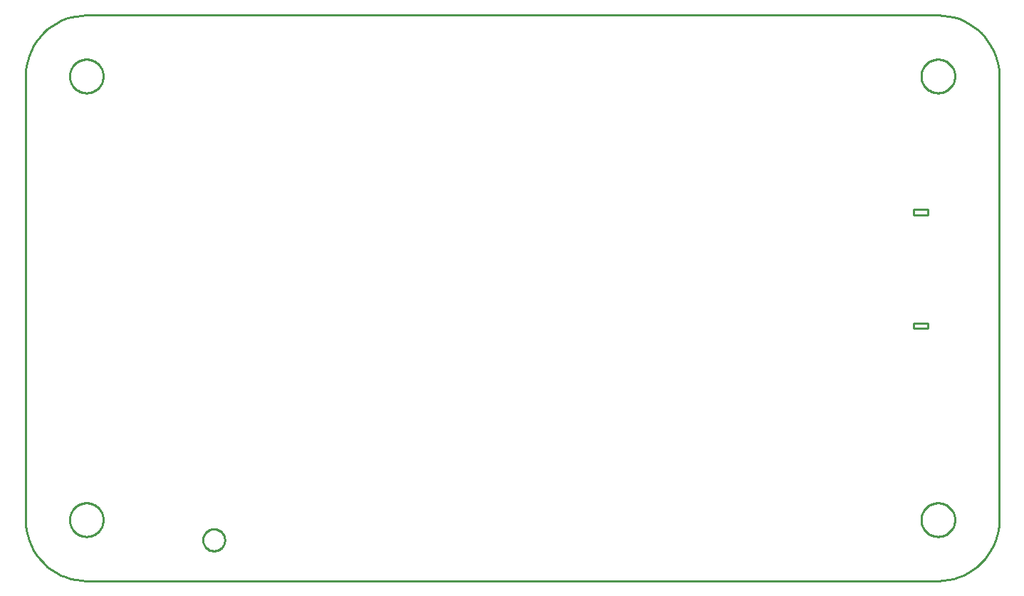
<source format=gbr>
G04 EAGLE Gerber RS-274X export*
G75*
%MOMM*%
%FSLAX34Y34*%
%LPD*%
%IN*%
%IPPOS*%
%AMOC8*
5,1,8,0,0,1.08239X$1,22.5*%
G01*
%ADD10C,0.254000*%


D10*
X-42500Y130000D02*
X-42224Y123681D01*
X-41399Y117411D01*
X-40030Y111236D01*
X-38128Y105204D01*
X-35707Y99360D01*
X-32787Y93750D01*
X-29389Y88416D01*
X-25538Y83398D01*
X-21265Y78735D01*
X-16602Y74462D01*
X-11584Y70612D01*
X-6250Y67213D01*
X-640Y64293D01*
X5204Y61872D01*
X11236Y59970D01*
X17410Y58601D01*
X23681Y57776D01*
X30000Y57500D01*
X1042500Y57500D01*
X1048819Y57776D01*
X1055090Y58601D01*
X1061264Y59970D01*
X1067296Y61872D01*
X1073140Y64293D01*
X1078750Y67213D01*
X1084084Y70611D01*
X1089102Y74462D01*
X1093765Y78735D01*
X1098038Y83398D01*
X1101889Y88416D01*
X1105287Y93750D01*
X1108207Y99360D01*
X1110628Y105204D01*
X1112530Y111236D01*
X1113899Y117411D01*
X1114724Y123681D01*
X1115000Y130000D01*
X1115000Y657500D01*
X1114724Y663819D01*
X1113899Y670090D01*
X1112530Y676264D01*
X1110628Y682296D01*
X1108207Y688140D01*
X1105287Y693750D01*
X1101889Y699084D01*
X1098038Y704102D01*
X1093765Y708765D01*
X1089102Y713038D01*
X1084084Y716889D01*
X1078750Y720287D01*
X1073140Y723207D01*
X1067296Y725628D01*
X1061264Y727530D01*
X1055090Y728899D01*
X1048819Y729724D01*
X1042500Y730000D01*
X30000Y730000D01*
X23681Y729724D01*
X17411Y728899D01*
X11236Y727530D01*
X5204Y725628D01*
X-640Y723207D01*
X-6250Y720287D01*
X-11584Y716889D01*
X-16602Y713038D01*
X-21265Y708765D01*
X-25538Y704102D01*
X-29389Y699084D01*
X-32787Y693750D01*
X-35707Y688140D01*
X-38128Y682297D01*
X-40030Y676264D01*
X-41399Y670090D01*
X-42224Y663819D01*
X-42500Y657500D01*
X-42500Y130000D01*
X1013350Y492700D02*
X1030350Y492700D01*
X1030350Y498700D01*
X1013350Y498700D01*
X1013350Y492700D01*
X1013350Y357700D02*
X1030350Y357700D01*
X1030350Y363700D01*
X1013350Y363700D01*
X1013350Y357700D01*
X181984Y118940D02*
X182911Y118874D01*
X183830Y118742D01*
X184737Y118544D01*
X185628Y118283D01*
X186498Y117958D01*
X187343Y117572D01*
X188158Y117127D01*
X188939Y116625D01*
X189682Y116069D01*
X190384Y115461D01*
X191041Y114804D01*
X191649Y114102D01*
X192205Y113359D01*
X192707Y112578D01*
X193152Y111763D01*
X193538Y110918D01*
X193863Y110048D01*
X194124Y109157D01*
X194322Y108250D01*
X194454Y107331D01*
X194520Y106404D01*
X194520Y105476D01*
X194454Y104549D01*
X194322Y103630D01*
X194124Y102723D01*
X193863Y101832D01*
X193538Y100962D01*
X193152Y100117D01*
X192707Y99302D01*
X192205Y98521D01*
X191649Y97778D01*
X191041Y97076D01*
X190384Y96419D01*
X189682Y95811D01*
X188939Y95255D01*
X188158Y94753D01*
X187343Y94308D01*
X186498Y93922D01*
X185628Y93597D01*
X184737Y93336D01*
X183830Y93138D01*
X182911Y93006D01*
X181984Y92940D01*
X181056Y92940D01*
X180129Y93006D01*
X179210Y93138D01*
X178303Y93336D01*
X177412Y93597D01*
X176542Y93922D01*
X175697Y94308D01*
X174882Y94753D01*
X174101Y95255D01*
X173358Y95811D01*
X172656Y96419D01*
X171999Y97076D01*
X171391Y97778D01*
X170835Y98521D01*
X170333Y99302D01*
X169888Y100117D01*
X169502Y100962D01*
X169177Y101832D01*
X168916Y102723D01*
X168718Y103630D01*
X168586Y104549D01*
X168520Y105476D01*
X168520Y106404D01*
X168586Y107331D01*
X168718Y108250D01*
X168916Y109157D01*
X169177Y110048D01*
X169502Y110918D01*
X169888Y111763D01*
X170333Y112578D01*
X170835Y113359D01*
X171391Y114102D01*
X171999Y114804D01*
X172656Y115461D01*
X173358Y116069D01*
X174101Y116625D01*
X174882Y117127D01*
X175697Y117572D01*
X176542Y117958D01*
X177412Y118283D01*
X178303Y118544D01*
X179210Y118742D01*
X180129Y118874D01*
X181056Y118940D01*
X181984Y118940D01*
X50000Y656896D02*
X49927Y655689D01*
X49781Y654489D01*
X49563Y653300D01*
X49274Y652127D01*
X48915Y650973D01*
X48486Y649843D01*
X47990Y648741D01*
X47428Y647670D01*
X46803Y646636D01*
X46116Y645641D01*
X45371Y644690D01*
X44569Y643785D01*
X43715Y642931D01*
X42810Y642129D01*
X41859Y641384D01*
X40864Y640697D01*
X39830Y640072D01*
X38759Y639510D01*
X37657Y639014D01*
X36527Y638585D01*
X35373Y638226D01*
X34200Y637937D01*
X33011Y637719D01*
X31811Y637573D01*
X30604Y637500D01*
X29396Y637500D01*
X28189Y637573D01*
X26989Y637719D01*
X25800Y637937D01*
X24627Y638226D01*
X23473Y638585D01*
X22343Y639014D01*
X21241Y639510D01*
X20170Y640072D01*
X19136Y640697D01*
X18141Y641384D01*
X17190Y642129D01*
X16285Y642931D01*
X15431Y643785D01*
X14629Y644690D01*
X13884Y645641D01*
X13197Y646636D01*
X12572Y647670D01*
X12010Y648741D01*
X11514Y649843D01*
X11085Y650973D01*
X10726Y652127D01*
X10437Y653300D01*
X10219Y654489D01*
X10073Y655689D01*
X10000Y656896D01*
X10000Y658104D01*
X10073Y659311D01*
X10219Y660511D01*
X10437Y661700D01*
X10726Y662873D01*
X11085Y664027D01*
X11514Y665157D01*
X12010Y666259D01*
X12572Y667330D01*
X13197Y668364D01*
X13884Y669359D01*
X14629Y670310D01*
X15431Y671215D01*
X16285Y672069D01*
X17190Y672871D01*
X18141Y673616D01*
X19136Y674303D01*
X20170Y674928D01*
X21241Y675490D01*
X22343Y675986D01*
X23473Y676415D01*
X24627Y676774D01*
X25800Y677063D01*
X26989Y677281D01*
X28189Y677427D01*
X29396Y677500D01*
X30604Y677500D01*
X31811Y677427D01*
X33011Y677281D01*
X34200Y677063D01*
X35373Y676774D01*
X36527Y676415D01*
X37657Y675986D01*
X38759Y675490D01*
X39830Y674928D01*
X40864Y674303D01*
X41859Y673616D01*
X42810Y672871D01*
X43715Y672069D01*
X44569Y671215D01*
X45371Y670310D01*
X46116Y669359D01*
X46803Y668364D01*
X47428Y667330D01*
X47990Y666259D01*
X48486Y665157D01*
X48915Y664027D01*
X49274Y662873D01*
X49563Y661700D01*
X49781Y660511D01*
X49927Y659311D01*
X50000Y658104D01*
X50000Y656896D01*
X50000Y129396D02*
X49927Y128189D01*
X49781Y126989D01*
X49563Y125800D01*
X49274Y124627D01*
X48915Y123473D01*
X48486Y122343D01*
X47990Y121241D01*
X47428Y120170D01*
X46803Y119136D01*
X46116Y118141D01*
X45371Y117190D01*
X44569Y116285D01*
X43715Y115431D01*
X42810Y114629D01*
X41859Y113884D01*
X40864Y113197D01*
X39830Y112572D01*
X38759Y112010D01*
X37657Y111514D01*
X36527Y111085D01*
X35373Y110726D01*
X34200Y110437D01*
X33011Y110219D01*
X31811Y110073D01*
X30604Y110000D01*
X29396Y110000D01*
X28189Y110073D01*
X26989Y110219D01*
X25800Y110437D01*
X24627Y110726D01*
X23473Y111085D01*
X22343Y111514D01*
X21241Y112010D01*
X20170Y112572D01*
X19136Y113197D01*
X18141Y113884D01*
X17190Y114629D01*
X16285Y115431D01*
X15431Y116285D01*
X14629Y117190D01*
X13884Y118141D01*
X13197Y119136D01*
X12572Y120170D01*
X12010Y121241D01*
X11514Y122343D01*
X11085Y123473D01*
X10726Y124627D01*
X10437Y125800D01*
X10219Y126989D01*
X10073Y128189D01*
X10000Y129396D01*
X10000Y130604D01*
X10073Y131811D01*
X10219Y133011D01*
X10437Y134200D01*
X10726Y135373D01*
X11085Y136527D01*
X11514Y137657D01*
X12010Y138759D01*
X12572Y139830D01*
X13197Y140864D01*
X13884Y141859D01*
X14629Y142810D01*
X15431Y143715D01*
X16285Y144569D01*
X17190Y145371D01*
X18141Y146116D01*
X19136Y146803D01*
X20170Y147428D01*
X21241Y147990D01*
X22343Y148486D01*
X23473Y148915D01*
X24627Y149274D01*
X25800Y149563D01*
X26989Y149781D01*
X28189Y149927D01*
X29396Y150000D01*
X30604Y150000D01*
X31811Y149927D01*
X33011Y149781D01*
X34200Y149563D01*
X35373Y149274D01*
X36527Y148915D01*
X37657Y148486D01*
X38759Y147990D01*
X39830Y147428D01*
X40864Y146803D01*
X41859Y146116D01*
X42810Y145371D01*
X43715Y144569D01*
X44569Y143715D01*
X45371Y142810D01*
X46116Y141859D01*
X46803Y140864D01*
X47428Y139830D01*
X47990Y138759D01*
X48486Y137657D01*
X48915Y136527D01*
X49274Y135373D01*
X49563Y134200D01*
X49781Y133011D01*
X49927Y131811D01*
X50000Y130604D01*
X50000Y129396D01*
X1062500Y129396D02*
X1062427Y128189D01*
X1062281Y126989D01*
X1062063Y125800D01*
X1061774Y124627D01*
X1061415Y123473D01*
X1060986Y122343D01*
X1060490Y121241D01*
X1059928Y120170D01*
X1059303Y119136D01*
X1058616Y118141D01*
X1057871Y117190D01*
X1057069Y116285D01*
X1056215Y115431D01*
X1055310Y114629D01*
X1054359Y113884D01*
X1053364Y113197D01*
X1052330Y112572D01*
X1051259Y112010D01*
X1050157Y111514D01*
X1049027Y111085D01*
X1047873Y110726D01*
X1046700Y110437D01*
X1045511Y110219D01*
X1044311Y110073D01*
X1043104Y110000D01*
X1041896Y110000D01*
X1040689Y110073D01*
X1039489Y110219D01*
X1038300Y110437D01*
X1037127Y110726D01*
X1035973Y111085D01*
X1034843Y111514D01*
X1033741Y112010D01*
X1032670Y112572D01*
X1031636Y113197D01*
X1030641Y113884D01*
X1029690Y114629D01*
X1028785Y115431D01*
X1027931Y116285D01*
X1027129Y117190D01*
X1026384Y118141D01*
X1025697Y119136D01*
X1025072Y120170D01*
X1024510Y121241D01*
X1024014Y122343D01*
X1023585Y123473D01*
X1023226Y124627D01*
X1022937Y125800D01*
X1022719Y126989D01*
X1022573Y128189D01*
X1022500Y129396D01*
X1022500Y130604D01*
X1022573Y131811D01*
X1022719Y133011D01*
X1022937Y134200D01*
X1023226Y135373D01*
X1023585Y136527D01*
X1024014Y137657D01*
X1024510Y138759D01*
X1025072Y139830D01*
X1025697Y140864D01*
X1026384Y141859D01*
X1027129Y142810D01*
X1027931Y143715D01*
X1028785Y144569D01*
X1029690Y145371D01*
X1030641Y146116D01*
X1031636Y146803D01*
X1032670Y147428D01*
X1033741Y147990D01*
X1034843Y148486D01*
X1035973Y148915D01*
X1037127Y149274D01*
X1038300Y149563D01*
X1039489Y149781D01*
X1040689Y149927D01*
X1041896Y150000D01*
X1043104Y150000D01*
X1044311Y149927D01*
X1045511Y149781D01*
X1046700Y149563D01*
X1047873Y149274D01*
X1049027Y148915D01*
X1050157Y148486D01*
X1051259Y147990D01*
X1052330Y147428D01*
X1053364Y146803D01*
X1054359Y146116D01*
X1055310Y145371D01*
X1056215Y144569D01*
X1057069Y143715D01*
X1057871Y142810D01*
X1058616Y141859D01*
X1059303Y140864D01*
X1059928Y139830D01*
X1060490Y138759D01*
X1060986Y137657D01*
X1061415Y136527D01*
X1061774Y135373D01*
X1062063Y134200D01*
X1062281Y133011D01*
X1062427Y131811D01*
X1062500Y130604D01*
X1062500Y129396D01*
X1062500Y656896D02*
X1062427Y655689D01*
X1062281Y654489D01*
X1062063Y653300D01*
X1061774Y652127D01*
X1061415Y650973D01*
X1060986Y649843D01*
X1060490Y648741D01*
X1059928Y647670D01*
X1059303Y646636D01*
X1058616Y645641D01*
X1057871Y644690D01*
X1057069Y643785D01*
X1056215Y642931D01*
X1055310Y642129D01*
X1054359Y641384D01*
X1053364Y640697D01*
X1052330Y640072D01*
X1051259Y639510D01*
X1050157Y639014D01*
X1049027Y638585D01*
X1047873Y638226D01*
X1046700Y637937D01*
X1045511Y637719D01*
X1044311Y637573D01*
X1043104Y637500D01*
X1041896Y637500D01*
X1040689Y637573D01*
X1039489Y637719D01*
X1038300Y637937D01*
X1037127Y638226D01*
X1035973Y638585D01*
X1034843Y639014D01*
X1033741Y639510D01*
X1032670Y640072D01*
X1031636Y640697D01*
X1030641Y641384D01*
X1029690Y642129D01*
X1028785Y642931D01*
X1027931Y643785D01*
X1027129Y644690D01*
X1026384Y645641D01*
X1025697Y646636D01*
X1025072Y647670D01*
X1024510Y648741D01*
X1024014Y649843D01*
X1023585Y650973D01*
X1023226Y652127D01*
X1022937Y653300D01*
X1022719Y654489D01*
X1022573Y655689D01*
X1022500Y656896D01*
X1022500Y658104D01*
X1022573Y659311D01*
X1022719Y660511D01*
X1022937Y661700D01*
X1023226Y662873D01*
X1023585Y664027D01*
X1024014Y665157D01*
X1024510Y666259D01*
X1025072Y667330D01*
X1025697Y668364D01*
X1026384Y669359D01*
X1027129Y670310D01*
X1027931Y671215D01*
X1028785Y672069D01*
X1029690Y672871D01*
X1030641Y673616D01*
X1031636Y674303D01*
X1032670Y674928D01*
X1033741Y675490D01*
X1034843Y675986D01*
X1035973Y676415D01*
X1037127Y676774D01*
X1038300Y677063D01*
X1039489Y677281D01*
X1040689Y677427D01*
X1041896Y677500D01*
X1043104Y677500D01*
X1044311Y677427D01*
X1045511Y677281D01*
X1046700Y677063D01*
X1047873Y676774D01*
X1049027Y676415D01*
X1050157Y675986D01*
X1051259Y675490D01*
X1052330Y674928D01*
X1053364Y674303D01*
X1054359Y673616D01*
X1055310Y672871D01*
X1056215Y672069D01*
X1057069Y671215D01*
X1057871Y670310D01*
X1058616Y669359D01*
X1059303Y668364D01*
X1059928Y667330D01*
X1060490Y666259D01*
X1060986Y665157D01*
X1061415Y664027D01*
X1061774Y662873D01*
X1062063Y661700D01*
X1062281Y660511D01*
X1062427Y659311D01*
X1062500Y658104D01*
X1062500Y656896D01*
M02*

</source>
